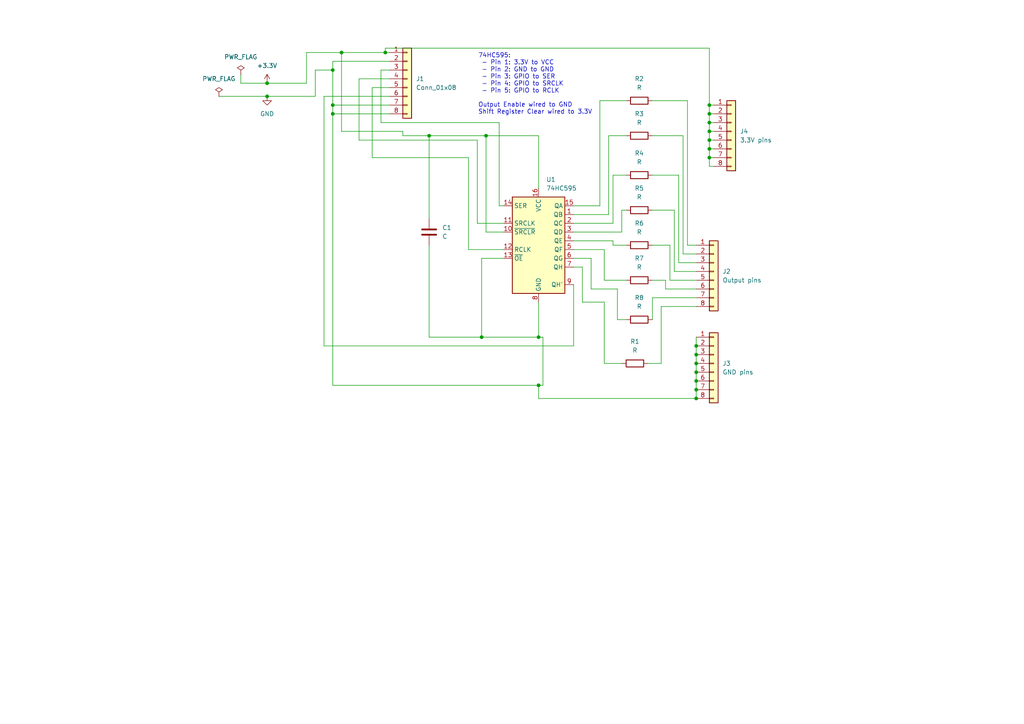
<source format=kicad_sch>
(kicad_sch (version 20250114) (generator "eeschema") (generator_version "9.0")
  (paper "A4")
  (lib_symbols
    (symbol "74xx:74HC595"
      (property "Reference" "U" (at -7.62 13.97 0))
      (property "Value" "74HC595" (at -7.62 -16.51 0))
      (symbol "74HC595_1_0"
        (pin input line (at -10.16 10.16 0) (length 2.54) (name "SER") (number "14"))
        (pin input line (at -10.16 5.08 0) (length 2.54) (name "SRCLK") (number "11"))
        (pin input line (at -10.16 2.54 0) (length 2.54) (name "~{SRCLR}") (number "10"))
        (pin input line (at -10.16 -2.54 0) (length 2.54) (name "RCLK") (number "12"))
        (pin input line (at -10.16 -5.08 0) (length 2.54) (name "~{OE}") (number "13"))
        (pin power_in line (at 0 15.24 270) (length 2.54) (name "VCC") (number "16"))
        (pin power_in line (at 0 -17.78 90) (length 2.54) (name "GND") (number "8"))
        (pin tri_state line (at 10.16 10.16 180) (length 2.54) (name "QA") (number "15"))
        (pin tri_state line (at 10.16 7.62 180) (length 2.54) (name "QB") (number "1"))
        (pin tri_state line (at 10.16 5.08 180) (length 2.54) (name "QC") (number "2"))
        (pin tri_state line (at 10.16 2.54 180) (length 2.54) (name "QD") (number "3"))
        (pin tri_state line (at 10.16 0 180) (length 2.54) (name "QE") (number "4"))
        (pin tri_state line (at 10.16 -2.54 180) (length 2.54) (name "QF") (number "5"))
        (pin tri_state line (at 10.16 -5.08 180) (length 2.54) (name "QG") (number "6"))
        (pin tri_state line (at 10.16 -7.62 180) (length 2.54) (name "QH") (number "7"))
        (pin output line (at 10.16 -12.7 180) (length 2.54) (name "QH'") (number "9"))
      )
      (symbol "74HC595_1_1"
        (rectangle (start -7.62 12.7) (end 7.62 -15.24) (stroke (width 0.254)) (fill (type background)))
      )
    )
    (symbol "Connector_Generic:Conn_01x08" (pin_names (offset 1.016) (hide yes))
      (property "Reference" "J" (at 0 10.16 0))
      (property "Value" "Conn_01x08" (at 0 -12.7 0))
      (symbol "Conn_01x08_1_1"
        (rectangle (start -1.27 8.89) (end 1.27 -11.43) (stroke (width 0.254)) (fill (type background)))
        (rectangle (start -1.27 7.747) (end 0 7.493) (stroke (width 0.1524)))
        (rectangle (start -1.27 5.207) (end 0 4.953) (stroke (width 0.1524)))
        (rectangle (start -1.27 2.667) (end 0 2.413) (stroke (width 0.1524)))
        (rectangle (start -1.27 0.127) (end 0 -0.127) (stroke (width 0.1524)))
        (rectangle (start -1.27 -2.413) (end 0 -2.667) (stroke (width 0.1524)))
        (rectangle (start -1.27 -4.953) (end 0 -5.207) (stroke (width 0.1524)))
        (rectangle (start -1.27 -7.493) (end 0 -7.747) (stroke (width 0.1524)))
        (rectangle (start -1.27 -10.033) (end 0 -10.287) (stroke (width 0.1524)))
        (pin passive line (at -5.08 7.62 0) (length 3.81) (name "Pin_1") (number "1"))
        (pin passive line (at -5.08 5.08 0) (length 3.81) (name "Pin_2") (number "2"))
        (pin passive line (at -5.08 2.54 0) (length 3.81) (name "Pin_3") (number "3"))
        (pin passive line (at -5.08 0 0) (length 3.81) (name "Pin_4") (number "4"))
        (pin passive line (at -5.08 -2.54 0) (length 3.81) (name "Pin_5") (number "5"))
        (pin passive line (at -5.08 -5.08 0) (length 3.81) (name "Pin_6") (number "6"))
        (pin passive line (at -5.08 -7.62 0) (length 3.81) (name "Pin_7") (number "7"))
        (pin passive line (at -5.08 -10.16 0) (length 3.81) (name "Pin_8") (number "8"))
      )
    )
    (symbol "Device:C" (pin_numbers (hide yes)) (pin_names (offset 0.254))
      (property "Reference" "C" (at 0.635 2.54 0))
      (property "Value" "C" (at 0.635 -2.54 0))
      (symbol "C_0_1"
        (polyline (pts (xy -2.032 0.762) (xy 2.032 0.762)) (stroke (width 0.508)))
        (polyline (pts (xy -2.032 -0.762) (xy 2.032 -0.762)) (stroke (width 0.508)))
      )
      (symbol "C_1_1"
        (pin passive line (at 0 3.81 270) (length 2.794) (name "~") (number "1"))
        (pin passive line (at 0 -3.81 90) (length 2.794) (name "~") (number "2"))
      )
    )
    (symbol "Device:R" (pin_numbers (hide yes)) (pin_names (offset 0))
      (property "Reference" "R" (at 2.032 0 90))
      (property "Value" "R" (at 0 0 90))
      (symbol "R_0_1"
        (rectangle (start -1.016 -2.54) (end 1.016 2.54) (stroke (width 0.254)))
      )
      (symbol "R_1_1"
        (pin passive line (at 0 3.81 270) (length 1.27) (name "~") (number "1"))
        (pin passive line (at 0 -3.81 90) (length 1.27) (name "~") (number "2"))
      )
    )
    (symbol "power:+3.3V" (power) (pin_numbers (hide yes)) (pin_names (offset 0) (hide yes))
      (property "Value" "+3.3V" (at 0 3.556 0))
      (symbol "+3.3V_0_1"
        (polyline (pts (xy -0.762 1.27) (xy 0 2.54)))
        (polyline (pts (xy 0 2.54) (xy 0.762 1.27)))
        (polyline (pts (xy 0 0) (xy 0 2.54)))
      )
      (symbol "+3.3V_1_1"
        (pin power_in line (at 0 0 90) (length 0) (name "~") (number "1"))
      )
    )
    (symbol "power:GND" (power) (pin_numbers (hide yes)) (pin_names (offset 0) (hide yes))
      (property "Value" "GND" (at 0 -3.81 0))
      (symbol "GND_0_1"
        (polyline (pts (xy 0 0) (xy 0 -1.27) (xy 1.27 -1.27) (xy 0 -2.54) (xy -1.27 -1.27) (xy 0 -1.27)))
      )
      (symbol "GND_1_1"
        (pin power_in line (at 0 0 270) (length 0) (name "~") (number "1"))
      )
    )
    (symbol "power:PWR_FLAG" (power) (pin_numbers (hide yes)) (pin_names (offset 0) (hide yes))
      (property "Value" "PWR_FLAG" (at 0 3.81 0))
      (symbol "PWR_FLAG_0_0"
        (pin power_out line (at 0 0 90) (length 0) (name "~") (number "1"))
      )
      (symbol "PWR_FLAG_0_1"
        (polyline (pts (xy 0 0) (xy 0 1.27) (xy -1.016 1.905) (xy 0 2.54) (xy 1.016 1.905) (xy 0 1.27)))
      )
    )
  )
  (text "74HC595:\n - Pin 1: 3.3V to VCC\n - Pin 2: GND to GND\n - Pin 3: GPIO to SER\n - Pin 4: GPIO to SRCLK\n - Pin 5: GPIO to RCLK\n\nOutput Enable wired to GND\nShift Register Clear wired to 3.3V\n\n" (at 138.684 25.4 0) (effects (font (size 1.27 1.27)) (justify left)))
  (junction (at 99.06 15.24))
  (junction (at 201.93 100.33))
  (junction (at 205.74 43.18))
  (junction (at 77.47 24.13))
  (junction (at 201.93 115.57))
  (junction (at 96.52 30.48))
  (junction (at 205.74 38.1))
  (junction (at 140.97 39.37))
  (junction (at 205.74 40.64))
  (junction (at 201.93 113.03))
  (junction (at 201.93 107.95))
  (junction (at 156.21 97.79))
  (junction (at 205.74 30.48))
  (junction (at 96.52 20.32))
  (junction (at 201.93 102.87))
  (junction (at 111.76 15.24))
  (junction (at 124.46 39.37))
  (junction (at 201.93 110.49))
  (junction (at 205.74 35.56))
  (junction (at 156.21 111.76))
  (junction (at 139.7 97.79))
  (junction (at 96.52 33.02))
  (junction (at 205.74 33.02))
  (junction (at 77.47 27.94))
  (junction (at 205.74 45.72))
  (junction (at 201.93 105.41))
  (wire (pts (xy 187.96 105.41) (xy 191.77 105.41)))
  (wire (pts (xy 116.84 38.1) (xy 116.84 39.37)))
  (wire (pts (xy 166.37 72.39) (xy 175.26 72.39)))
  (wire (pts (xy 99.06 38.1) (xy 116.84 38.1)))
  (wire (pts (xy 144.78 35.56) (xy 144.78 59.69)))
  (wire (pts (xy 194.31 81.28) (xy 201.93 81.28)))
  (wire (pts (xy 189.23 86.36) (xy 201.93 86.36)))
  (wire (pts (xy 166.37 77.47) (xy 168.91 77.47)))
  (wire (pts (xy 88.9 24.13) (xy 88.9 15.24)))
  (wire (pts (xy 144.78 59.69) (xy 146.05 59.69)))
  (wire (pts (xy 166.37 82.55) (xy 166.37 100.33)))
  (wire (pts (xy 77.47 24.13) (xy 69.85 24.13)))
  (wire (pts (xy 107.95 45.72) (xy 135.89 45.72)))
  (wire (pts (xy 205.74 38.1) (xy 205.74 35.56)))
  (wire (pts (xy 193.04 83.82) (xy 201.93 83.82)))
  (wire (pts (xy 196.85 76.2) (xy 201.93 76.2)))
  (wire (pts (xy 110.49 20.32) (xy 110.49 35.56)))
  (wire (pts (xy 189.23 60.96) (xy 195.58 60.96)))
  (wire (pts (xy 180.34 60.96) (xy 181.61 60.96)))
  (wire (pts (xy 77.47 27.94) (xy 91.44 27.94)))
  (wire (pts (xy 124.46 71.12) (xy 124.46 97.79)))
  (wire (pts (xy 207.01 48.26) (xy 205.74 48.26)))
  (wire (pts (xy 177.8 50.8) (xy 181.61 50.8)))
  (wire (pts (xy 201.93 110.49) (xy 201.93 113.03)))
  (wire (pts (xy 173.99 29.21) (xy 181.61 29.21)))
  (wire (pts (xy 171.45 74.93) (xy 171.45 83.82)))
  (wire (pts (xy 196.85 50.8) (xy 196.85 76.2)))
  (wire (pts (xy 111.76 15.24) (xy 99.06 15.24)))
  (wire (pts (xy 176.53 39.37) (xy 181.61 39.37)))
  (wire (pts (xy 111.76 13.97) (xy 205.74 13.97)))
  (wire (pts (xy 175.26 87.63) (xy 175.26 105.41)))
  (wire (pts (xy 201.93 100.33) (xy 201.93 102.87)))
  (wire (pts (xy 99.06 15.24) (xy 99.06 38.1)))
  (wire (pts (xy 199.39 71.12) (xy 201.93 71.12)))
  (wire (pts (xy 205.74 45.72) (xy 205.74 43.18)))
  (wire (pts (xy 205.74 30.48) (xy 207.01 30.48)))
  (wire (pts (xy 96.52 33.02) (xy 113.03 33.02)))
  (wire (pts (xy 91.44 20.32) (xy 96.52 20.32)))
  (wire (pts (xy 194.31 71.12) (xy 194.31 81.28)))
  (wire (pts (xy 140.97 39.37) (xy 156.21 39.37)))
  (wire (pts (xy 77.47 24.13) (xy 88.9 24.13)))
  (wire (pts (xy 205.74 35.56) (xy 205.74 33.02)))
  (wire (pts (xy 205.74 43.18) (xy 205.74 40.64)))
  (wire (pts (xy 189.23 29.21) (xy 199.39 29.21)))
  (wire (pts (xy 113.03 20.32) (xy 110.49 20.32)))
  (wire (pts (xy 189.23 92.71) (xy 189.23 86.36)))
  (wire (pts (xy 166.37 74.93) (xy 171.45 74.93)))
  (wire (pts (xy 168.91 77.47) (xy 168.91 87.63)))
  (wire (pts (xy 156.21 111.76) (xy 157.48 111.76)))
  (wire (pts (xy 166.37 67.31) (xy 180.34 67.31)))
  (wire (pts (xy 166.37 62.23) (xy 176.53 62.23)))
  (wire (pts (xy 180.34 67.31) (xy 180.34 60.96)))
  (wire (pts (xy 93.98 27.94) (xy 113.03 27.94)))
  (wire (pts (xy 189.23 71.12) (xy 194.31 71.12)))
  (wire (pts (xy 166.37 64.77) (xy 177.8 64.77)))
  (wire (pts (xy 93.98 27.94) (xy 93.98 100.33)))
  (wire (pts (xy 113.03 15.24) (xy 111.76 15.24)))
  (wire (pts (xy 88.9 15.24) (xy 99.06 15.24)))
  (wire (pts (xy 189.23 50.8) (xy 196.85 50.8)))
  (wire (pts (xy 96.52 33.02) (xy 96.52 111.76)))
  (wire (pts (xy 166.37 59.69) (xy 173.99 59.69)))
  (wire (pts (xy 110.49 35.56) (xy 144.78 35.56)))
  (wire (pts (xy 205.74 48.26) (xy 205.74 45.72)))
  (wire (pts (xy 140.97 39.37) (xy 140.97 67.31)))
  (wire (pts (xy 198.12 39.37) (xy 198.12 73.66)))
  (wire (pts (xy 195.58 78.74) (xy 201.93 78.74)))
  (wire (pts (xy 193.04 81.28) (xy 193.04 83.82)))
  (wire (pts (xy 146.05 74.93) (xy 139.7 74.93)))
  (wire (pts (xy 146.05 67.31) (xy 140.97 67.31)))
  (wire (pts (xy 207.01 33.02) (xy 205.74 33.02)))
  (wire (pts (xy 207.01 38.1) (xy 205.74 38.1)))
  (wire (pts (xy 113.03 22.86) (xy 104.14 22.86)))
  (wire (pts (xy 191.77 88.9) (xy 201.93 88.9)))
  (wire (pts (xy 96.52 20.32) (xy 96.52 30.48)))
  (wire (pts (xy 124.46 39.37) (xy 124.46 63.5)))
  (wire (pts (xy 175.26 72.39) (xy 175.26 81.28)))
  (wire (pts (xy 139.7 97.79) (xy 156.21 97.79)))
  (wire (pts (xy 156.21 97.79) (xy 157.48 97.79)))
  (wire (pts (xy 179.07 92.71) (xy 181.61 92.71)))
  (wire (pts (xy 104.14 40.64) (xy 138.43 40.64)))
  (wire (pts (xy 198.12 73.66) (xy 201.93 73.66)))
  (wire (pts (xy 207.01 45.72) (xy 205.74 45.72)))
  (wire (pts (xy 177.8 71.12) (xy 181.61 71.12)))
  (wire (pts (xy 156.21 111.76) (xy 156.21 115.57)))
  (wire (pts (xy 179.07 83.82) (xy 179.07 92.71)))
  (wire (pts (xy 201.93 115.57) (xy 156.21 115.57)))
  (wire (pts (xy 111.76 15.24) (xy 111.76 13.97)))
  (wire (pts (xy 168.91 87.63) (xy 175.26 87.63)))
  (wire (pts (xy 96.52 30.48) (xy 113.03 30.48)))
  (wire (pts (xy 173.99 59.69) (xy 173.99 29.21)))
  (wire (pts (xy 104.14 22.86) (xy 104.14 40.64)))
  (wire (pts (xy 171.45 83.82) (xy 179.07 83.82)))
  (wire (pts (xy 189.23 39.37) (xy 198.12 39.37)))
  (wire (pts (xy 177.8 69.85) (xy 177.8 71.12)))
  (wire (pts (xy 166.37 100.33) (xy 93.98 100.33)))
  (wire (pts (xy 201.93 113.03) (xy 201.93 115.57)))
  (wire (pts (xy 175.26 105.41) (xy 180.34 105.41)))
  (wire (pts (xy 166.37 69.85) (xy 177.8 69.85)))
  (wire (pts (xy 156.21 87.63) (xy 156.21 97.79)))
  (wire (pts (xy 201.93 105.41) (xy 201.93 107.95)))
  (wire (pts (xy 176.53 62.23) (xy 176.53 39.37)))
  (wire (pts (xy 207.01 43.18) (xy 205.74 43.18)))
  (wire (pts (xy 139.7 74.93) (xy 139.7 97.79)))
  (wire (pts (xy 195.58 60.96) (xy 195.58 78.74)))
  (wire (pts (xy 96.52 30.48) (xy 96.52 33.02)))
  (wire (pts (xy 124.46 39.37) (xy 140.97 39.37)))
  (wire (pts (xy 201.93 102.87) (xy 201.93 105.41)))
  (wire (pts (xy 207.01 35.56) (xy 205.74 35.56)))
  (wire (pts (xy 138.43 64.77) (xy 146.05 64.77)))
  (wire (pts (xy 113.03 17.78) (xy 96.52 17.78)))
  (wire (pts (xy 156.21 39.37) (xy 156.21 54.61)))
  (wire (pts (xy 201.93 107.95) (xy 201.93 110.49)))
  (wire (pts (xy 205.74 13.97) (xy 205.74 30.48)))
  (wire (pts (xy 207.01 40.64) (xy 205.74 40.64)))
  (wire (pts (xy 135.89 45.72) (xy 135.89 72.39)))
  (wire (pts (xy 157.48 111.76) (xy 157.48 97.79)))
  (wire (pts (xy 116.84 39.37) (xy 124.46 39.37)))
  (wire (pts (xy 201.93 97.79) (xy 201.93 100.33)))
  (wire (pts (xy 205.74 33.02) (xy 205.74 30.48)))
  (wire (pts (xy 113.03 25.4) (xy 107.95 25.4)))
  (wire (pts (xy 107.95 25.4) (xy 107.95 45.72)))
  (wire (pts (xy 96.52 17.78) (xy 96.52 20.32)))
  (wire (pts (xy 63.5 27.94) (xy 77.47 27.94)))
  (wire (pts (xy 135.89 72.39) (xy 146.05 72.39)))
  (wire (pts (xy 69.85 24.13) (xy 69.85 21.59)))
  (wire (pts (xy 205.74 40.64) (xy 205.74 38.1)))
  (wire (pts (xy 175.26 81.28) (xy 181.61 81.28)))
  (wire (pts (xy 138.43 40.64) (xy 138.43 64.77)))
  (wire (pts (xy 96.52 111.76) (xy 156.21 111.76)))
  (wire (pts (xy 191.77 105.41) (xy 191.77 88.9)))
  (wire (pts (xy 177.8 64.77) (xy 177.8 50.8)))
  (wire (pts (xy 91.44 27.94) (xy 91.44 20.32)))
  (wire (pts (xy 189.23 81.28) (xy 193.04 81.28)))
  (wire (pts (xy 124.46 97.79) (xy 139.7 97.79)))
  (wire (pts (xy 199.39 29.21) (xy 199.39 71.12)))
  (symbol (lib_id "Device:R") (at 185.42 81.28 90) (unit 1)
    (property "Reference" "R7" (at 185.42 74.93 90))
    (property "Value" "R" (at 185.42 77.47 90))
    (property "Footprint" "Resistor_THT:R_Axial_DIN0207_L6.3mm_D2.5mm_P7.62mm_Horizontal" (effects (hide yes)))
    (property "Description" "Resistor" (effects (hide yes)))
  )
  (symbol (lib_id "Device:C") (at 124.46 67.31 0) (unit 1)
    (property "Reference" "C1" (at 128.27 66.0399 0) (effects (justify left)))
    (property "Value" "C" (at 128.27 68.5799 0) (effects (justify left)))
    (property "Footprint" "Capacitor_THT:CP_Radial_Tantal_D5.5mm_P2.50mm" (effects (hide yes)))
    (property "Description" "Unpolarized capacitor" (effects (hide yes)))
  )
  (symbol (lib_id "Device:R") (at 185.42 60.96 90) (unit 1)
    (property "Reference" "R5" (at 185.42 54.61 90))
    (property "Value" "R" (at 185.42 57.15 90))
    (property "Footprint" "Resistor_THT:R_Axial_DIN0207_L6.3mm_D2.5mm_P7.62mm_Horizontal" (effects (hide yes)))
    (property "Description" "Resistor" (effects (hide yes)))
  )
  (symbol (lib_id "Device:R") (at 185.42 29.21 90) (unit 1)
    (property "Reference" "R2" (at 185.42 22.86 90))
    (property "Value" "R" (at 185.42 25.4 90))
    (property "Footprint" "Resistor_THT:R_Axial_DIN0207_L6.3mm_D2.5mm_P7.62mm_Horizontal" (effects (hide yes)))
    (property "Description" "Resistor" (effects (hide yes)))
  )
  (symbol (lib_id "power:PWR_FLAG") (at 63.5 27.94 0) (unit 1)
    (property "Reference" "#FLG02" (effects (hide yes)))
    (property "Value" "PWR_FLAG" (at 63.5 22.86 0))
    (property "Description" "Special symbol for telling ERC where power comes from" (effects (hide yes)))
  )
  (symbol (lib_id "power:+3.3V") (at 77.47 24.13 0) (unit 1)
    (property "Reference" "#PWR01" (effects (hide yes)))
    (property "Value" "+3.3V" (at 77.47 19.05 0))
    (property "Description" "Power symbol creates a global label with name \"+3.3V\"" (effects (hide yes)))
  )
  (symbol (lib_id "Connector_Generic:Conn_01x08") (at 207.01 105.41 0) (unit 1)
    (property "Reference" "J3" (at 209.55 105.4099 0) (effects (justify left)))
    (property "Value" "GND pins" (at 209.55 107.9499 0) (effects (justify left)))
    (property "Footprint" "Connector_PinHeader_2.54mm:PinHeader_1x08_P2.54mm_Vertical" (effects (hide yes)))
    (property "Description" "Generic connector, single row, 01x08, script generated (kicad-library-utils/schlib/autogen/connector/)" (effects (hide yes)))
  )
  (symbol (lib_id "Device:R") (at 185.42 39.37 90) (unit 1)
    (property "Reference" "R3" (at 185.42 33.02 90))
    (property "Value" "R" (at 185.42 35.56 90))
    (property "Footprint" "Resistor_THT:R_Axial_DIN0207_L6.3mm_D2.5mm_P7.62mm_Horizontal" (effects (hide yes)))
    (property "Description" "Resistor" (effects (hide yes)))
  )
  (symbol (lib_id "Device:R") (at 185.42 92.71 90) (unit 1)
    (property "Reference" "R8" (at 185.42 86.36 90))
    (property "Value" "R" (at 185.42 88.9 90))
    (property "Footprint" "Resistor_THT:R_Axial_DIN0207_L6.3mm_D2.5mm_P7.62mm_Horizontal" (effects (hide yes)))
    (property "Description" "Resistor" (effects (hide yes)))
  )
  (symbol (lib_id "Connector_Generic:Conn_01x08") (at 207.01 78.74 0) (unit 1)
    (property "Reference" "J2" (at 209.55 78.7399 0) (effects (justify left)))
    (property "Value" "Output pins" (at 209.55 81.2799 0) (effects (justify left)))
    (property "Footprint" "Connector_PinHeader_2.54mm:PinHeader_1x08_P2.54mm_Vertical" (effects (hide yes)))
    (property "Description" "Generic connector, single row, 01x08, script generated (kicad-library-utils/schlib/autogen/connector/)" (effects (hide yes)))
  )
  (symbol (lib_id "Device:R") (at 185.42 50.8 90) (unit 1)
    (property "Reference" "R4" (at 185.42 44.45 90))
    (property "Value" "R" (at 185.42 46.99 90))
    (property "Footprint" "Resistor_THT:R_Axial_DIN0207_L6.3mm_D2.5mm_P7.62mm_Horizontal" (effects (hide yes)))
    (property "Description" "Resistor" (effects (hide yes)))
  )
  (symbol (lib_id "Device:R") (at 184.15 105.41 90) (unit 1)
    (property "Reference" "R1" (at 184.15 99.06 90))
    (property "Value" "R" (at 184.15 101.6 90))
    (property "Footprint" "Resistor_THT:R_Axial_DIN0207_L6.3mm_D2.5mm_P7.62mm_Horizontal" (effects (hide yes)))
    (property "Description" "Resistor" (effects (hide yes)))
  )
  (symbol (lib_id "Connector_Generic:Conn_01x08") (at 212.09 38.1 0) (unit 1)
    (property "Reference" "J4" (at 214.63 38.0999 0) (effects (justify left)))
    (property "Value" "3.3V pins" (at 214.63 40.6399 0) (effects (justify left)))
    (property "Footprint" "Connector_PinHeader_2.54mm:PinHeader_1x08_P2.54mm_Vertical" (effects (hide yes)))
    (property "Description" "Generic connector, single row, 01x08, script generated (kicad-library-utils/schlib/autogen/connector/)" (effects (hide yes)))
  )
  (symbol (lib_id "power:PWR_FLAG") (at 69.85 21.59 0) (unit 1)
    (property "Reference" "#FLG01" (effects (hide yes)))
    (property "Value" "PWR_FLAG" (at 69.85 16.51 0))
    (property "Description" "Special symbol for telling ERC where power comes from" (effects (hide yes)))
  )
  (symbol (lib_id "74xx:74HC595") (at 156.21 69.85 0) (unit 1)
    (property "Reference" "U1" (at 158.4041 52.07 0) (effects (justify left)))
    (property "Value" "74HC595" (at 158.4041 54.61 0) (effects (justify left)))
    (property "Footprint" "Package_DIP:DIP-16_W7.62mm_Socket" (effects (hide yes)))
    (property "Datasheet" "http://www.ti.com/lit/ds/symlink/sn74hc595.pdf" (effects (hide yes)))
    (property "Description" "8-bit serial in/out Shift Register 3-State Outputs" (effects (hide yes)))
  )
  (symbol (lib_id "Device:R") (at 185.42 71.12 90) (unit 1)
    (property "Reference" "R6" (at 185.42 64.77 90))
    (property "Value" "R" (at 185.42 67.31 90))
    (property "Footprint" "Resistor_THT:R_Axial_DIN0207_L6.3mm_D2.5mm_P7.62mm_Horizontal" (effects (hide yes)))
    (property "Description" "Resistor" (effects (hide yes)))
  )
  (symbol (lib_id "Connector_Generic:Conn_01x08") (at 118.11 22.86 0) (unit 1)
    (property "Reference" "J1" (at 120.65 22.8599 0) (effects (justify left)))
    (property "Value" "Conn_01x08" (at 120.65 25.3999 0) (effects (justify left)))
    (property "Footprint" "Connector_PinHeader_2.54mm:PinHeader_1x08_P2.54mm_Vertical" (effects (hide yes)))
    (property "Description" "Generic connector, single row, 01x08, script generated (kicad-library-utils/schlib/autogen/connector/)" (effects (hide yes)))
  )
  (symbol (lib_id "power:GND") (at 77.47 27.94 0) (unit 1)
    (property "Reference" "#PWR02" (effects (hide yes)))
    (property "Value" "GND" (at 77.47 33.02 0))
    (property "Description" "Power symbol creates a global label with name \"GND\" , ground" (effects (hide yes)))
  )
)
</source>
